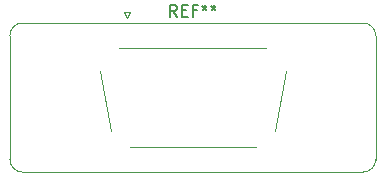
<source format=gbr>
G04 #@! TF.GenerationSoftware,KiCad,Pcbnew,(5.1.5-0)*
G04 #@! TF.CreationDate,2020-11-29T11:23:52-07:00*
G04 #@! TF.ProjectId,back_panel,6261636b-5f70-4616-9e65-6c2e6b696361,rev?*
G04 #@! TF.SameCoordinates,Original*
G04 #@! TF.FileFunction,Legend,Top*
G04 #@! TF.FilePolarity,Positive*
%FSLAX46Y46*%
G04 Gerber Fmt 4.6, Leading zero omitted, Abs format (unit mm)*
G04 Created by KiCad (PCBNEW (5.1.5-0)) date 2020-11-29 11:23:52*
%MOMM*%
%LPD*%
G04 APERTURE LIST*
%ADD10C,0.120000*%
%ADD11C,0.150000*%
G04 APERTURE END LIST*
D10*
X114123530Y-108958256D02*
X115022798Y-114058256D01*
X129856470Y-108958256D02*
X128957202Y-114058256D01*
X116657579Y-115430000D02*
X127322421Y-115430000D01*
X115758311Y-107010000D02*
X128221689Y-107010000D01*
X116450000Y-104448675D02*
X116200000Y-104015662D01*
X116700000Y-104015662D02*
X116450000Y-104448675D01*
X116200000Y-104015662D02*
X116700000Y-104015662D01*
X106505000Y-116470000D02*
X106505000Y-105970000D01*
X136415000Y-117530000D02*
X107565000Y-117530000D01*
X137475000Y-105970000D02*
X137475000Y-116470000D01*
X107565000Y-104910000D02*
X136415000Y-104910000D01*
X136415000Y-117530000D02*
G75*
G03X137475000Y-116470000I0J1060000D01*
G01*
X107565000Y-117530000D02*
G75*
G02X106505000Y-116470000I0J1060000D01*
G01*
X137475000Y-105970000D02*
G75*
G03X136415000Y-104910000I-1060000J0D01*
G01*
X107565000Y-104910000D02*
G75*
G03X106505000Y-105970000I0J-1060000D01*
G01*
D11*
X120656666Y-104362380D02*
X120323333Y-103886190D01*
X120085238Y-104362380D02*
X120085238Y-103362380D01*
X120466190Y-103362380D01*
X120561428Y-103410000D01*
X120609047Y-103457619D01*
X120656666Y-103552857D01*
X120656666Y-103695714D01*
X120609047Y-103790952D01*
X120561428Y-103838571D01*
X120466190Y-103886190D01*
X120085238Y-103886190D01*
X121085238Y-103838571D02*
X121418571Y-103838571D01*
X121561428Y-104362380D02*
X121085238Y-104362380D01*
X121085238Y-103362380D01*
X121561428Y-103362380D01*
X122323333Y-103838571D02*
X121990000Y-103838571D01*
X121990000Y-104362380D02*
X121990000Y-103362380D01*
X122466190Y-103362380D01*
X122990000Y-103362380D02*
X122990000Y-103600476D01*
X122751904Y-103505238D02*
X122990000Y-103600476D01*
X123228095Y-103505238D01*
X122847142Y-103790952D02*
X122990000Y-103600476D01*
X123132857Y-103790952D01*
X123751904Y-103362380D02*
X123751904Y-103600476D01*
X123513809Y-103505238D02*
X123751904Y-103600476D01*
X123990000Y-103505238D01*
X123609047Y-103790952D02*
X123751904Y-103600476D01*
X123894761Y-103790952D01*
M02*

</source>
